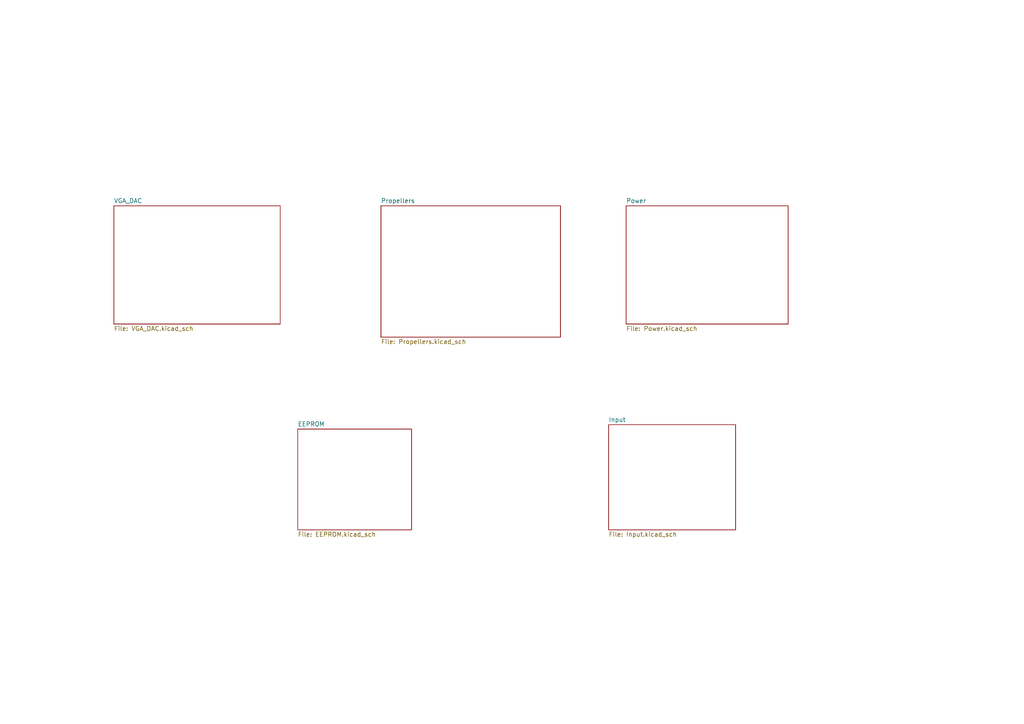
<source format=kicad_sch>
(kicad_sch (version 20230121) (generator eeschema)
  (paper "A4")
  (title_block (title "JCAP - JAMMA Customer Arcade Project") (date "2023-08-31") (rev "v01") (comment 4 "Name: Connor Spangler"))
  (lib_symbols)
  (sheet (at 110.49 59.69) (size 52.07 38.1) (stroke (width 0.1524))
    (property "Sheetname" "Propellers" (at 110.49 58.9784 0) (effects (justify left bottom)))
    (property "Sheetfile" "Propellers.kicad_sch" (at 110.49 98.3746 0) (effects (justify left top)))
  )
  (sheet (at 33.02 59.69) (size 48.26 34.29) (stroke (width 0.1524))
    (property "Sheetname" "VGA_DAC" (at 33.02 58.9784 0) (effects (justify left bottom)))
    (property "Sheetfile" "VGA_DAC.kicad_sch" (at 33.02 94.5646 0) (effects (justify left top)))
  )
  (sheet (at 176.53 123.19) (size 36.83 30.48) (stroke (width 0.1524))
    (property "Sheetname" "Input" (at 176.53 122.4784 0) (effects (justify left bottom)))
    (property "Sheetfile" "Input.kicad_sch" (at 176.53 154.2546 0) (effects (justify left top)))
  )
  (sheet (at 181.61 59.69) (size 46.99 34.29) (stroke (width 0.1524))
    (property "Sheetname" "Power" (at 181.61 58.9784 0) (effects (justify left bottom)))
    (property "Sheetfile" "Power.kicad_sch" (at 181.61 94.5646 0) (effects (justify left top)))
  )
  (sheet (at 86.36 124.46) (size 33.02 29.21) (stroke (width 0.1524))
    (property "Sheetname" "EEPROM" (at 86.36 123.7484 0) (effects (justify left bottom)))
    (property "Sheetfile" "EEPROM.kicad_sch" (at 86.36 154.2546 0) (effects (justify left top)))
  )
)
</source>
